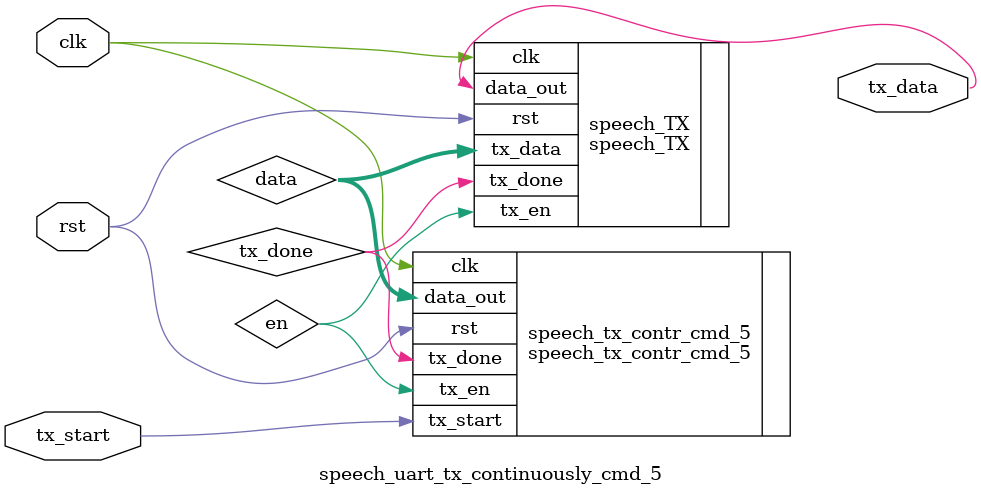
<source format=v>
`timescale 1ns / 1ps
module speech_uart_tx_continuously_cmd_5(
	input clk,
	input rst,
	input tx_start,
	output tx_data
    );
	
	wire [7:0] data;
	wire en;
	wire tx_done;

	
	
	speech_TX speech_TX(
    .clk(clk),
    .rst(rst),
    .tx_data(data),
    .tx_en(en),
	.tx_done(tx_done),
    .data_out(tx_data)
    );
	
	
	speech_tx_contr_cmd_5 speech_tx_contr_cmd_5(
	.clk(clk),
	.rst(rst),
	.tx_start(tx_start),
	.tx_done(tx_done),
	.tx_en(en),
	.data_out(data)
    );

endmodule

</source>
